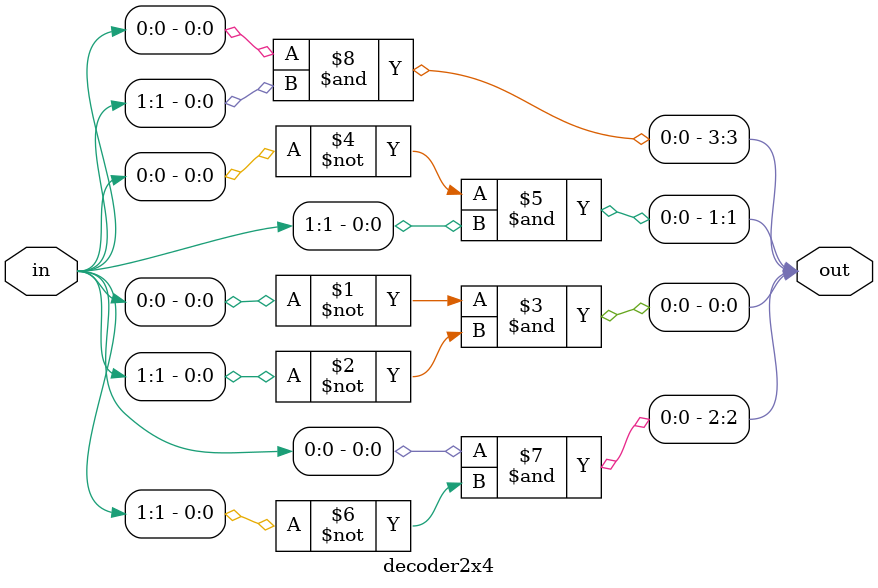
<source format=v>
module decoder2x4(input [1:0] in, output [3:0] out);
assign out[0] = (~in[0]) & (~in[1]);
assign out[1] = (~in[0]) & (in[1]);
assign out[2] = (in[0]) & (~in[1]);
assign out[3] = (in[0]) & (in[1]);

endmodule

</source>
